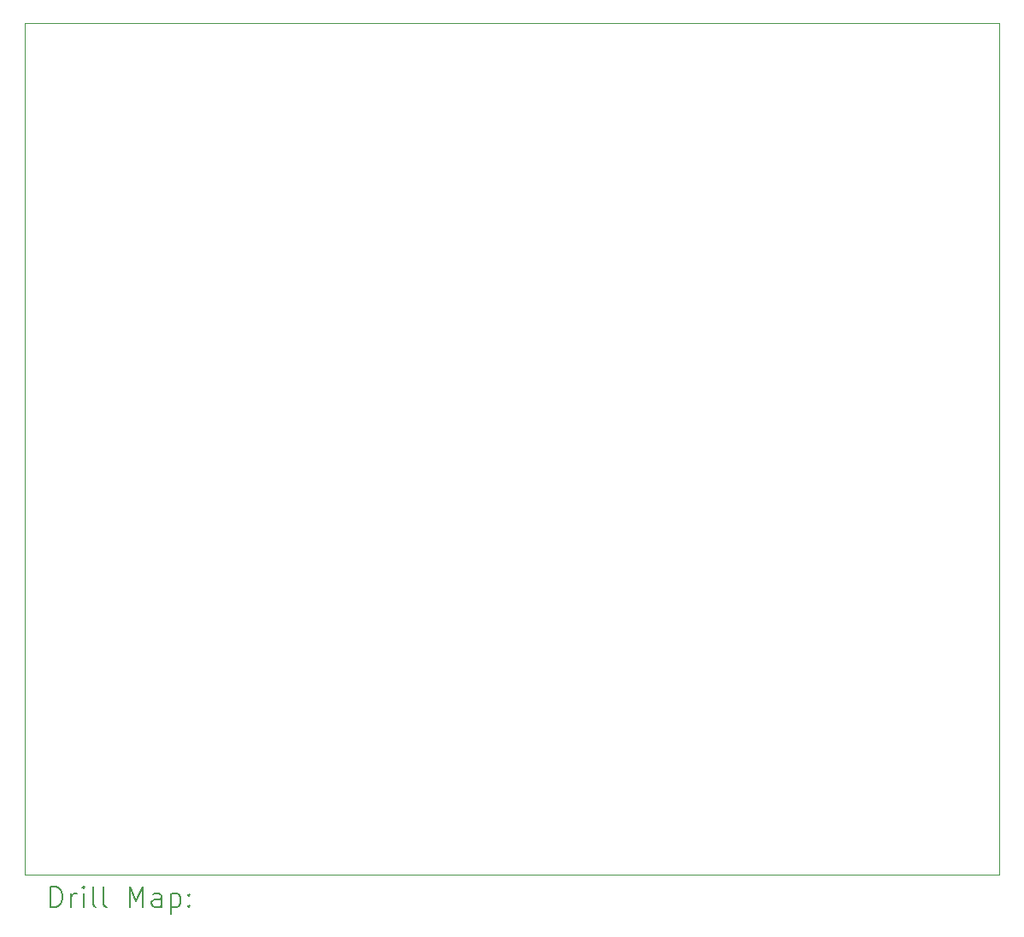
<source format=gbr>
%TF.GenerationSoftware,KiCad,Pcbnew,7.0.9*%
%TF.CreationDate,2024-05-07T07:23:26+02:00*%
%TF.ProjectId,ElectronicDuffing,456c6563-7472-46f6-9e69-634475666669,v 1.1*%
%TF.SameCoordinates,Original*%
%TF.FileFunction,Drillmap*%
%TF.FilePolarity,Positive*%
%FSLAX45Y45*%
G04 Gerber Fmt 4.5, Leading zero omitted, Abs format (unit mm)*
G04 Created by KiCad (PCBNEW 7.0.9) date 2024-05-07 07:23:26*
%MOMM*%
%LPD*%
G01*
G04 APERTURE LIST*
%ADD10C,0.100000*%
%ADD11C,0.200000*%
G04 APERTURE END LIST*
D10*
X4191000Y-7366000D02*
X13843000Y-7366000D01*
X13843000Y-15811500D01*
X4191000Y-15811500D01*
X4191000Y-7366000D01*
D11*
X4446777Y-16127984D02*
X4446777Y-15927984D01*
X4446777Y-15927984D02*
X4494396Y-15927984D01*
X4494396Y-15927984D02*
X4522967Y-15937508D01*
X4522967Y-15937508D02*
X4542015Y-15956555D01*
X4542015Y-15956555D02*
X4551539Y-15975603D01*
X4551539Y-15975603D02*
X4561063Y-16013698D01*
X4561063Y-16013698D02*
X4561063Y-16042269D01*
X4561063Y-16042269D02*
X4551539Y-16080365D01*
X4551539Y-16080365D02*
X4542015Y-16099412D01*
X4542015Y-16099412D02*
X4522967Y-16118460D01*
X4522967Y-16118460D02*
X4494396Y-16127984D01*
X4494396Y-16127984D02*
X4446777Y-16127984D01*
X4646777Y-16127984D02*
X4646777Y-15994650D01*
X4646777Y-16032746D02*
X4656301Y-16013698D01*
X4656301Y-16013698D02*
X4665824Y-16004174D01*
X4665824Y-16004174D02*
X4684872Y-15994650D01*
X4684872Y-15994650D02*
X4703920Y-15994650D01*
X4770586Y-16127984D02*
X4770586Y-15994650D01*
X4770586Y-15927984D02*
X4761063Y-15937508D01*
X4761063Y-15937508D02*
X4770586Y-15947031D01*
X4770586Y-15947031D02*
X4780110Y-15937508D01*
X4780110Y-15937508D02*
X4770586Y-15927984D01*
X4770586Y-15927984D02*
X4770586Y-15947031D01*
X4894396Y-16127984D02*
X4875348Y-16118460D01*
X4875348Y-16118460D02*
X4865824Y-16099412D01*
X4865824Y-16099412D02*
X4865824Y-15927984D01*
X4999158Y-16127984D02*
X4980110Y-16118460D01*
X4980110Y-16118460D02*
X4970586Y-16099412D01*
X4970586Y-16099412D02*
X4970586Y-15927984D01*
X5227729Y-16127984D02*
X5227729Y-15927984D01*
X5227729Y-15927984D02*
X5294396Y-16070841D01*
X5294396Y-16070841D02*
X5361063Y-15927984D01*
X5361063Y-15927984D02*
X5361063Y-16127984D01*
X5542015Y-16127984D02*
X5542015Y-16023222D01*
X5542015Y-16023222D02*
X5532491Y-16004174D01*
X5532491Y-16004174D02*
X5513444Y-15994650D01*
X5513444Y-15994650D02*
X5475348Y-15994650D01*
X5475348Y-15994650D02*
X5456301Y-16004174D01*
X5542015Y-16118460D02*
X5522967Y-16127984D01*
X5522967Y-16127984D02*
X5475348Y-16127984D01*
X5475348Y-16127984D02*
X5456301Y-16118460D01*
X5456301Y-16118460D02*
X5446777Y-16099412D01*
X5446777Y-16099412D02*
X5446777Y-16080365D01*
X5446777Y-16080365D02*
X5456301Y-16061317D01*
X5456301Y-16061317D02*
X5475348Y-16051793D01*
X5475348Y-16051793D02*
X5522967Y-16051793D01*
X5522967Y-16051793D02*
X5542015Y-16042269D01*
X5637253Y-15994650D02*
X5637253Y-16194650D01*
X5637253Y-16004174D02*
X5656301Y-15994650D01*
X5656301Y-15994650D02*
X5694396Y-15994650D01*
X5694396Y-15994650D02*
X5713443Y-16004174D01*
X5713443Y-16004174D02*
X5722967Y-16013698D01*
X5722967Y-16013698D02*
X5732491Y-16032746D01*
X5732491Y-16032746D02*
X5732491Y-16089888D01*
X5732491Y-16089888D02*
X5722967Y-16108936D01*
X5722967Y-16108936D02*
X5713443Y-16118460D01*
X5713443Y-16118460D02*
X5694396Y-16127984D01*
X5694396Y-16127984D02*
X5656301Y-16127984D01*
X5656301Y-16127984D02*
X5637253Y-16118460D01*
X5818205Y-16108936D02*
X5827729Y-16118460D01*
X5827729Y-16118460D02*
X5818205Y-16127984D01*
X5818205Y-16127984D02*
X5808682Y-16118460D01*
X5808682Y-16118460D02*
X5818205Y-16108936D01*
X5818205Y-16108936D02*
X5818205Y-16127984D01*
X5818205Y-16004174D02*
X5827729Y-16013698D01*
X5827729Y-16013698D02*
X5818205Y-16023222D01*
X5818205Y-16023222D02*
X5808682Y-16013698D01*
X5808682Y-16013698D02*
X5818205Y-16004174D01*
X5818205Y-16004174D02*
X5818205Y-16023222D01*
M02*

</source>
